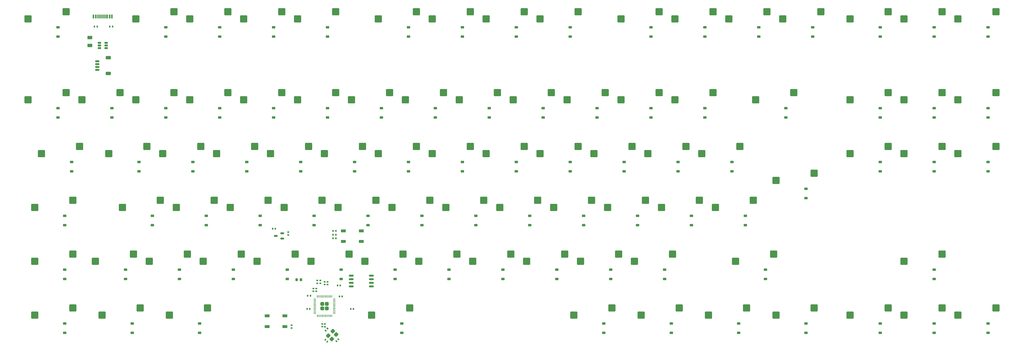
<source format=gbr>
%TF.GenerationSoftware,KiCad,Pcbnew,9.0.2*%
%TF.CreationDate,2025-07-01T21:42:38+02:00*%
%TF.ProjectId,TKL_PCB,544b4c5f-5043-4422-9e6b-696361645f70,rev?*%
%TF.SameCoordinates,Original*%
%TF.FileFunction,Paste,Bot*%
%TF.FilePolarity,Positive*%
%FSLAX46Y46*%
G04 Gerber Fmt 4.6, Leading zero omitted, Abs format (unit mm)*
G04 Created by KiCad (PCBNEW 9.0.2) date 2025-07-01 21:42:38*
%MOMM*%
%LPD*%
G01*
G04 APERTURE LIST*
G04 Aperture macros list*
%AMRoundRect*
0 Rectangle with rounded corners*
0 $1 Rounding radius*
0 $2 $3 $4 $5 $6 $7 $8 $9 X,Y pos of 4 corners*
0 Add a 4 corners polygon primitive as box body*
4,1,4,$2,$3,$4,$5,$6,$7,$8,$9,$2,$3,0*
0 Add four circle primitives for the rounded corners*
1,1,$1+$1,$2,$3*
1,1,$1+$1,$4,$5*
1,1,$1+$1,$6,$7*
1,1,$1+$1,$8,$9*
0 Add four rect primitives between the rounded corners*
20,1,$1+$1,$2,$3,$4,$5,0*
20,1,$1+$1,$4,$5,$6,$7,0*
20,1,$1+$1,$6,$7,$8,$9,0*
20,1,$1+$1,$8,$9,$2,$3,0*%
G04 Aperture macros list end*
%ADD10RoundRect,0.250000X1.025000X1.000000X-1.025000X1.000000X-1.025000X-1.000000X1.025000X-1.000000X0*%
%ADD11RoundRect,0.225000X0.375000X-0.225000X0.375000X0.225000X-0.375000X0.225000X-0.375000X-0.225000X0*%
%ADD12RoundRect,0.140000X-0.140000X-0.170000X0.140000X-0.170000X0.140000X0.170000X-0.140000X0.170000X0*%
%ADD13RoundRect,0.140000X0.170000X-0.140000X0.170000X0.140000X-0.170000X0.140000X-0.170000X-0.140000X0*%
%ADD14RoundRect,0.135000X0.135000X0.185000X-0.135000X0.185000X-0.135000X-0.185000X0.135000X-0.185000X0*%
%ADD15RoundRect,0.135000X0.035355X-0.226274X0.226274X-0.035355X-0.035355X0.226274X-0.226274X0.035355X0*%
%ADD16RoundRect,0.140000X0.140000X0.170000X-0.140000X0.170000X-0.140000X-0.170000X0.140000X-0.170000X0*%
%ADD17R,1.700000X1.000000*%
%ADD18RoundRect,0.140000X-0.170000X0.140000X-0.170000X-0.140000X0.170000X-0.140000X0.170000X0.140000X0*%
%ADD19RoundRect,0.150000X0.512500X0.150000X-0.512500X0.150000X-0.512500X-0.150000X0.512500X-0.150000X0*%
%ADD20RoundRect,0.135000X-0.185000X0.135000X-0.185000X-0.135000X0.185000X-0.135000X0.185000X0.135000X0*%
%ADD21RoundRect,0.135000X-0.135000X-0.185000X0.135000X-0.185000X0.135000X0.185000X-0.135000X0.185000X0*%
%ADD22R,0.600000X1.450000*%
%ADD23R,0.300000X1.450000*%
%ADD24RoundRect,0.140000X0.219203X0.021213X0.021213X0.219203X-0.219203X-0.021213X-0.021213X-0.219203X0*%
%ADD25RoundRect,0.250000X-0.070711X-0.565685X0.565685X0.070711X0.070711X0.565685X-0.565685X-0.070711X0*%
%ADD26RoundRect,0.150000X-0.625000X0.150000X-0.625000X-0.150000X0.625000X-0.150000X0.625000X0.150000X0*%
%ADD27RoundRect,0.250000X-0.650000X0.350000X-0.650000X-0.350000X0.650000X-0.350000X0.650000X0.350000X0*%
%ADD28RoundRect,0.249999X0.395001X0.395001X-0.395001X0.395001X-0.395001X-0.395001X0.395001X-0.395001X0*%
%ADD29RoundRect,0.050000X0.387500X0.050000X-0.387500X0.050000X-0.387500X-0.050000X0.387500X-0.050000X0*%
%ADD30RoundRect,0.050000X0.050000X0.387500X-0.050000X0.387500X-0.050000X-0.387500X0.050000X-0.387500X0*%
%ADD31RoundRect,0.150000X0.475000X0.150000X-0.475000X0.150000X-0.475000X-0.150000X0.475000X-0.150000X0*%
%ADD32RoundRect,0.162500X0.650000X0.162500X-0.650000X0.162500X-0.650000X-0.162500X0.650000X-0.162500X0*%
%ADD33RoundRect,0.225000X0.225000X0.250000X-0.225000X0.250000X-0.225000X-0.250000X0.225000X-0.250000X0*%
%ADD34RoundRect,0.140000X0.021213X-0.219203X0.219203X-0.021213X-0.021213X0.219203X-0.219203X0.021213X0*%
%ADD35RoundRect,0.250000X-0.625000X0.375000X-0.625000X-0.375000X0.625000X-0.375000X0.625000X0.375000X0*%
G04 APERTURE END LIST*
D10*
%TO.C,MX72*%
X173522500Y-109715000D03*
X186972500Y-107175000D03*
%TD*%
%TO.C,MX53*%
X68747500Y-90665000D03*
X82197500Y-88125000D03*
%TD*%
D11*
%TO.C,D5*%
X122237500Y-30225000D03*
X122237500Y-26925000D03*
%TD*%
%TO.C,D59*%
X193675000Y-96900000D03*
X193675000Y-93600000D03*
%TD*%
%TO.C,D51*%
X29362500Y-96900000D03*
X29362500Y-93600000D03*
%TD*%
D12*
%TO.C,C9*%
X130434646Y-126601094D03*
X131394646Y-126601094D03*
%TD*%
D11*
%TO.C,D2*%
X65087500Y-30225000D03*
X65087500Y-26925000D03*
%TD*%
D10*
%TO.C,MX55*%
X106847500Y-90665000D03*
X120297500Y-88125000D03*
%TD*%
%TO.C,MX64*%
X18741300Y-109715000D03*
X32191300Y-107175000D03*
%TD*%
D11*
%TO.C,D82*%
X219868800Y-135000000D03*
X219868800Y-131700000D03*
%TD*%
%TO.C,D60*%
X212725000Y-96900000D03*
X212725000Y-93600000D03*
%TD*%
%TO.C,D65*%
X50800000Y-115950000D03*
X50800000Y-112650000D03*
%TD*%
%TO.C,D73*%
X203200000Y-115950000D03*
X203200000Y-112650000D03*
%TD*%
D13*
%TO.C,C15*%
X117189750Y-120318650D03*
X117189750Y-119358650D03*
%TD*%
D14*
%TO.C,R2*%
X40834499Y-26633400D03*
X39814501Y-26633400D03*
%TD*%
D11*
%TO.C,D56*%
X136525000Y-96900000D03*
X136525000Y-93600000D03*
%TD*%
%TO.C,D55*%
X117475000Y-96900000D03*
X117475000Y-93600000D03*
%TD*%
D15*
%TO.C,R6*%
X121516252Y-134255018D03*
X122237500Y-133533770D03*
%TD*%
D16*
%TO.C,C1*%
X103749739Y-98185175D03*
X102789739Y-98185175D03*
%TD*%
D11*
%TO.C,D23*%
X141287500Y-58800000D03*
X141287500Y-55500000D03*
%TD*%
D10*
%TO.C,MX54*%
X87797500Y-90665000D03*
X101247500Y-88125000D03*
%TD*%
D11*
%TO.C,D45*%
X246062500Y-77850000D03*
X246062500Y-74550000D03*
%TD*%
D10*
%TO.C,MX75*%
X230672500Y-109715000D03*
X244122500Y-107175000D03*
%TD*%
D17*
%TO.C,SW1*%
X107131250Y-129068750D03*
X100831250Y-129068750D03*
X107131250Y-132868750D03*
X100831250Y-132868750D03*
%TD*%
D10*
%TO.C,MX56*%
X125897500Y-90665000D03*
X139347500Y-88125000D03*
%TD*%
D11*
%TO.C,D32*%
X336550000Y-58800000D03*
X336550000Y-55500000D03*
%TD*%
%TO.C,D14*%
X317500000Y-30225000D03*
X317500000Y-26925000D03*
%TD*%
%TO.C,D7*%
X169862500Y-30225000D03*
X169862500Y-26925000D03*
%TD*%
D10*
%TO.C,MX65*%
X40172500Y-109715000D03*
X53622500Y-107175000D03*
%TD*%
%TO.C,MX73*%
X192572500Y-109715000D03*
X206022500Y-107175000D03*
%TD*%
D11*
%TO.C,D41*%
X169862500Y-77850000D03*
X169862500Y-74550000D03*
%TD*%
%TO.C,D10*%
X236537500Y-30225000D03*
X236537500Y-26925000D03*
%TD*%
D10*
%TO.C,MX44*%
X216385000Y-71615000D03*
X229835000Y-69075000D03*
%TD*%
%TO.C,MX32*%
X325922500Y-52565000D03*
X339372500Y-50025000D03*
%TD*%
%TO.C,MX8*%
X178285000Y-23990000D03*
X191735000Y-21450000D03*
%TD*%
D14*
%TO.C,R7*%
X125152300Y-101590967D03*
X124132302Y-101590967D03*
%TD*%
D11*
%TO.C,D15*%
X336550000Y-30225000D03*
X336550000Y-26925000D03*
%TD*%
D10*
%TO.C,MX15*%
X325922500Y-23990000D03*
X339372500Y-21450000D03*
%TD*%
D18*
%TO.C,C5*%
X120308077Y-131919244D03*
X120308077Y-132879244D03*
%TD*%
D10*
%TO.C,MX17*%
X16360000Y-52565000D03*
X29810000Y-50025000D03*
%TD*%
D11*
%TO.C,D33*%
X355600000Y-58800000D03*
X355600000Y-55500000D03*
%TD*%
%TO.C,D22*%
X122237500Y-58800000D03*
X122237500Y-55500000D03*
%TD*%
%TO.C,D26*%
X198437500Y-58800000D03*
X198437500Y-55500000D03*
%TD*%
D10*
%TO.C,MX83*%
X233053800Y-128765000D03*
X246503800Y-126225000D03*
%TD*%
D11*
%TO.C,D77*%
X336550000Y-115950000D03*
X336550000Y-112650000D03*
%TD*%
D14*
%TO.C,R9*%
X125177655Y-98978881D03*
X124157657Y-98978881D03*
%TD*%
D19*
%TO.C,U2*%
X106181129Y-99802154D03*
X106181129Y-101702154D03*
X103906129Y-100752154D03*
%TD*%
D10*
%TO.C,MX67*%
X78272500Y-109715000D03*
X91722500Y-107175000D03*
%TD*%
%TO.C,MX87*%
X325922500Y-128765000D03*
X339372500Y-126225000D03*
%TD*%
%TO.C,MX82*%
X209241300Y-128765000D03*
X222691300Y-126225000D03*
%TD*%
D11*
%TO.C,D71*%
X165100000Y-115950000D03*
X165100000Y-112650000D03*
%TD*%
%TO.C,D18*%
X46037500Y-58800000D03*
X46037500Y-55500000D03*
%TD*%
D10*
%TO.C,MX26*%
X187810000Y-52565000D03*
X201260000Y-50025000D03*
%TD*%
%TO.C,MX37*%
X83035000Y-71615000D03*
X96485000Y-69075000D03*
%TD*%
%TO.C,MX84*%
X256866300Y-128765000D03*
X270316300Y-126225000D03*
%TD*%
D11*
%TO.C,D8*%
X188912500Y-30225000D03*
X188912500Y-26925000D03*
%TD*%
D10*
%TO.C,MX27*%
X206860000Y-52565000D03*
X220310000Y-50025000D03*
%TD*%
D11*
%TO.C,D52*%
X60325000Y-96900000D03*
X60325000Y-93600000D03*
%TD*%
%TO.C,D58*%
X174625000Y-96900000D03*
X174625000Y-93600000D03*
%TD*%
%TO.C,D86*%
X317500000Y-135000000D03*
X317500000Y-131700000D03*
%TD*%
D13*
%TO.C,C13*%
X122237500Y-117939300D03*
X122237500Y-116979300D03*
%TD*%
D10*
%TO.C,MX19*%
X54460000Y-52565000D03*
X67910000Y-50025000D03*
%TD*%
%TO.C,MX22*%
X111610000Y-52565000D03*
X125060000Y-50025000D03*
%TD*%
D20*
%TO.C,R4*%
X119646646Y-116495794D03*
X119646646Y-117515794D03*
%TD*%
D10*
%TO.C,MX63*%
X259247500Y-90665000D03*
X272697500Y-88125000D03*
%TD*%
D17*
%TO.C,SW2*%
X134118749Y-98930535D03*
X127818751Y-98930535D03*
X134118749Y-102730535D03*
X127818751Y-102730535D03*
%TD*%
D10*
%TO.C,MX57*%
X144947500Y-90665000D03*
X158397500Y-88125000D03*
%TD*%
D11*
%TO.C,D64*%
X29368800Y-115950000D03*
X29368800Y-112650000D03*
%TD*%
D21*
%TO.C,R8*%
X124121262Y-100360420D03*
X125141260Y-100360420D03*
%TD*%
D11*
%TO.C,D24*%
X160337500Y-58800000D03*
X160337500Y-55500000D03*
%TD*%
D10*
%TO.C,MX71*%
X154472500Y-109715000D03*
X167922500Y-107175000D03*
%TD*%
%TO.C,MX24*%
X149710000Y-52565000D03*
X163160000Y-50025000D03*
%TD*%
%TO.C,MX20*%
X73510000Y-52565000D03*
X86960000Y-50025000D03*
%TD*%
%TO.C,MX4*%
X92560000Y-23990000D03*
X106010000Y-21450000D03*
%TD*%
%TO.C,MX2*%
X54460000Y-23990000D03*
X67910000Y-21450000D03*
%TD*%
%TO.C,MX18*%
X35410000Y-52565000D03*
X48860000Y-50025000D03*
%TD*%
%TO.C,MX61*%
X221147500Y-90665000D03*
X234597500Y-88125000D03*
%TD*%
D11*
%TO.C,D6*%
X150812500Y-30225000D03*
X150812500Y-26925000D03*
%TD*%
D10*
%TO.C,MX3*%
X73510000Y-23990000D03*
X86960000Y-21450000D03*
%TD*%
D11*
%TO.C,D85*%
X291306300Y-135000000D03*
X291306300Y-131700000D03*
%TD*%
%TO.C,D49*%
X336550000Y-77850000D03*
X336550000Y-74550000D03*
%TD*%
D12*
%TO.C,C8*%
X126426746Y-122179694D03*
X127386746Y-122179694D03*
%TD*%
D10*
%TO.C,MX38*%
X102085000Y-71615000D03*
X115535000Y-69075000D03*
%TD*%
%TO.C,MX88*%
X344972500Y-128765000D03*
X358422500Y-126225000D03*
%TD*%
D11*
%TO.C,D70*%
X146050000Y-115950000D03*
X146050000Y-112650000D03*
%TD*%
%TO.C,D79*%
X53181300Y-135000000D03*
X53181300Y-131700000D03*
%TD*%
D10*
%TO.C,MX40*%
X140185000Y-71615000D03*
X153635000Y-69075000D03*
%TD*%
D11*
%TO.C,D39*%
X131762500Y-77850000D03*
X131762500Y-74550000D03*
%TD*%
D10*
%TO.C,MX41*%
X159235000Y-71615000D03*
X172685000Y-69075000D03*
%TD*%
D11*
%TO.C,D88*%
X355600000Y-135000000D03*
X355600000Y-131700000D03*
%TD*%
D16*
%TO.C,C7*%
X115936746Y-126573694D03*
X114976746Y-126573694D03*
%TD*%
D10*
%TO.C,MX70*%
X135422500Y-109715000D03*
X148872500Y-107175000D03*
%TD*%
D13*
%TO.C,C4*%
X118268750Y-120336250D03*
X118268750Y-119376250D03*
%TD*%
D10*
%TO.C,MX13*%
X283060000Y-23990000D03*
X296510000Y-21450000D03*
%TD*%
D11*
%TO.C,D48*%
X317500000Y-77850000D03*
X317500000Y-74550000D03*
%TD*%
D13*
%TO.C,C2*%
X108312229Y-100381154D03*
X108312229Y-99421154D03*
%TD*%
D10*
%TO.C,MX42*%
X178285000Y-71615000D03*
X191735000Y-69075000D03*
%TD*%
%TO.C,MX25*%
X168760000Y-52565000D03*
X182210000Y-50025000D03*
%TD*%
%TO.C,MX34*%
X21122500Y-71615000D03*
X34572500Y-69075000D03*
%TD*%
D11*
%TO.C,D81*%
X148431300Y-135000000D03*
X148431300Y-131700000D03*
%TD*%
D10*
%TO.C,MX23*%
X130660000Y-52565000D03*
X144110000Y-50025000D03*
%TD*%
D11*
%TO.C,D76*%
X277018800Y-115950000D03*
X277018800Y-112650000D03*
%TD*%
%TO.C,D36*%
X74612500Y-77850000D03*
X74612500Y-74550000D03*
%TD*%
D22*
%TO.C,J1*%
X39520000Y-23095000D03*
X40320000Y-23095000D03*
D23*
X41520000Y-23095000D03*
X42520000Y-23095000D03*
X43020000Y-23095000D03*
X44020000Y-23095000D03*
D22*
X45220000Y-23095000D03*
X46020000Y-23095000D03*
X46020000Y-23095000D03*
X45220000Y-23095000D03*
D23*
X44520000Y-23095000D03*
X43520000Y-23095000D03*
X42020000Y-23095000D03*
X41020000Y-23095000D03*
D22*
X40320000Y-23095000D03*
X39520000Y-23095000D03*
%TD*%
D21*
%TO.C,R1*%
X45252201Y-26642100D03*
X46272199Y-26642100D03*
%TD*%
D10*
%TO.C,MX52*%
X49697500Y-90665000D03*
X63147500Y-88125000D03*
%TD*%
D11*
%TO.C,D80*%
X76993800Y-135000000D03*
X76993800Y-131700000D03*
%TD*%
%TO.C,D46*%
X265112500Y-77850000D03*
X265112500Y-74550000D03*
%TD*%
D24*
%TO.C,C11*%
X122156787Y-138156405D03*
X121477965Y-137477583D03*
%TD*%
D16*
%TO.C,C12*%
X126686250Y-118268750D03*
X125726250Y-118268750D03*
%TD*%
D11*
%TO.C,D4*%
X103187500Y-30225000D03*
X103187500Y-26925000D03*
%TD*%
D10*
%TO.C,MX74*%
X211622500Y-109715000D03*
X225072500Y-107175000D03*
%TD*%
D11*
%TO.C,D83*%
X243681300Y-135000000D03*
X243681300Y-131700000D03*
%TD*%
%TO.C,D38*%
X112712500Y-77850000D03*
X112712500Y-74550000D03*
%TD*%
D25*
%TO.C,Y1*%
X122491018Y-136015771D03*
X124046653Y-134460136D03*
X125248734Y-135662217D03*
X123693099Y-137217852D03*
%TD*%
D11*
%TO.C,D16*%
X355600000Y-30225000D03*
X355600000Y-26925000D03*
%TD*%
D18*
%TO.C,C16*%
X121262670Y-131930409D03*
X121262670Y-132890409D03*
%TD*%
D11*
%TO.C,D3*%
X84137500Y-30225000D03*
X84137500Y-26925000D03*
%TD*%
D10*
%TO.C,MX35*%
X44935000Y-71615000D03*
X58385000Y-69075000D03*
%TD*%
D26*
%TO.C,J2*%
X40862500Y-38981250D03*
X40862500Y-39981250D03*
X40862500Y-40981250D03*
X40862500Y-41981250D03*
D27*
X44737500Y-37681250D03*
X44737500Y-43281250D03*
%TD*%
D11*
%TO.C,D21*%
X103187500Y-58800000D03*
X103187500Y-55500000D03*
%TD*%
%TO.C,D37*%
X93662500Y-77850000D03*
X93662500Y-74550000D03*
%TD*%
D13*
%TO.C,C14*%
X121211700Y-117955000D03*
X121211700Y-116995000D03*
%TD*%
D10*
%TO.C,MX21*%
X92560000Y-52565000D03*
X106010000Y-50025000D03*
%TD*%
D11*
%TO.C,D61*%
X231775000Y-96900000D03*
X231775000Y-93600000D03*
%TD*%
D10*
%TO.C,MX33*%
X344972500Y-52565000D03*
X358422500Y-50025000D03*
%TD*%
%TO.C,MX78*%
X18741300Y-128765000D03*
X32191300Y-126225000D03*
%TD*%
%TO.C,MX62*%
X240197500Y-90665000D03*
X253647500Y-88125000D03*
%TD*%
%TO.C,MX47*%
X280678800Y-81140000D03*
X294128800Y-78600000D03*
%TD*%
%TO.C,MX45*%
X235435000Y-71615000D03*
X248885000Y-69075000D03*
%TD*%
D20*
%TO.C,R3*%
X109528428Y-132291877D03*
X109528428Y-133311875D03*
%TD*%
D11*
%TO.C,D34*%
X31750000Y-77850000D03*
X31750000Y-74550000D03*
%TD*%
D10*
%TO.C,MX51*%
X18735000Y-90665000D03*
X32185000Y-88125000D03*
%TD*%
D11*
%TO.C,D78*%
X29368800Y-135000000D03*
X29368800Y-131700000D03*
%TD*%
%TO.C,D13*%
X293687500Y-30225000D03*
X293687500Y-26925000D03*
%TD*%
D10*
%TO.C,MX50*%
X344972500Y-71615000D03*
X358422500Y-69075000D03*
%TD*%
D28*
%TO.C,U1*%
X121934646Y-126406794D03*
X121934646Y-124806794D03*
X120334646Y-126406794D03*
X120334646Y-124806794D03*
D29*
X124572146Y-123006794D03*
X124572146Y-123406794D03*
X124572146Y-123806794D03*
X124572146Y-124206794D03*
X124572146Y-124606794D03*
X124572146Y-125006794D03*
X124572146Y-125406794D03*
X124572146Y-125806794D03*
X124572146Y-126206794D03*
X124572146Y-126606794D03*
X124572146Y-127006794D03*
X124572146Y-127406794D03*
X124572146Y-127806794D03*
X124572146Y-128206794D03*
D30*
X123734646Y-129044294D03*
X123334646Y-129044294D03*
X122934646Y-129044294D03*
X122534646Y-129044294D03*
X122134646Y-129044294D03*
X121734646Y-129044294D03*
X121334646Y-129044294D03*
X120934646Y-129044294D03*
X120534646Y-129044294D03*
X120134646Y-129044294D03*
X119734646Y-129044294D03*
X119334646Y-129044294D03*
X118934646Y-129044294D03*
X118534646Y-129044294D03*
D29*
X117697146Y-128206794D03*
X117697146Y-127806794D03*
X117697146Y-127406794D03*
X117697146Y-127006794D03*
X117697146Y-126606794D03*
X117697146Y-126206794D03*
X117697146Y-125806794D03*
X117697146Y-125406794D03*
X117697146Y-125006794D03*
X117697146Y-124606794D03*
X117697146Y-124206794D03*
X117697146Y-123806794D03*
X117697146Y-123406794D03*
X117697146Y-123006794D03*
D30*
X118534646Y-122169294D03*
X118934646Y-122169294D03*
X119334646Y-122169294D03*
X119734646Y-122169294D03*
X120134646Y-122169294D03*
X120534646Y-122169294D03*
X120934646Y-122169294D03*
X121334646Y-122169294D03*
X121734646Y-122169294D03*
X122134646Y-122169294D03*
X122534646Y-122169294D03*
X122934646Y-122169294D03*
X123334646Y-122169294D03*
X123734646Y-122169294D03*
%TD*%
D11*
%TO.C,D53*%
X79375000Y-96900000D03*
X79375000Y-93600000D03*
%TD*%
%TO.C,D44*%
X227012500Y-77850000D03*
X227012500Y-74550000D03*
%TD*%
D10*
%TO.C,MX68*%
X97322500Y-109715000D03*
X110772500Y-107175000D03*
%TD*%
%TO.C,MX46*%
X254485000Y-71615000D03*
X267935000Y-69075000D03*
%TD*%
%TO.C,MX7*%
X159235000Y-23990000D03*
X172685000Y-21450000D03*
%TD*%
D11*
%TO.C,D69*%
X127000000Y-115950000D03*
X127000000Y-112650000D03*
%TD*%
%TO.C,D87*%
X336550000Y-135000000D03*
X336550000Y-131700000D03*
%TD*%
D10*
%TO.C,MX49*%
X325922500Y-71615000D03*
X339372500Y-69075000D03*
%TD*%
%TO.C,MX60*%
X202097500Y-90665000D03*
X215547500Y-88125000D03*
%TD*%
%TO.C,MX77*%
X325922500Y-109715000D03*
X339372500Y-107175000D03*
%TD*%
%TO.C,MX30*%
X273535000Y-52565000D03*
X286985000Y-50025000D03*
%TD*%
D31*
%TO.C,U3*%
X43945000Y-32387500D03*
X43945000Y-33337500D03*
X43945000Y-34287500D03*
X41595000Y-34287500D03*
X41595000Y-33337500D03*
X41595000Y-32387500D03*
%TD*%
D11*
%TO.C,D40*%
X150812500Y-77850000D03*
X150812500Y-74550000D03*
%TD*%
%TO.C,D30*%
X284162500Y-58800000D03*
X284162500Y-55500000D03*
%TD*%
%TO.C,D9*%
X207962500Y-30225000D03*
X207962500Y-26925000D03*
%TD*%
D10*
%TO.C,MX48*%
X306872500Y-71615000D03*
X320322500Y-69075000D03*
%TD*%
D11*
%TO.C,D11*%
X255587500Y-30225000D03*
X255587500Y-26925000D03*
%TD*%
D16*
%TO.C,C6*%
X116167046Y-121900394D03*
X115207046Y-121900394D03*
%TD*%
D10*
%TO.C,MX76*%
X266391300Y-109715000D03*
X279841300Y-107175000D03*
%TD*%
D11*
%TO.C,D67*%
X88900000Y-115950000D03*
X88900000Y-112650000D03*
%TD*%
%TO.C,D31*%
X317500000Y-58800000D03*
X317500000Y-55500000D03*
%TD*%
%TO.C,D54*%
X98425000Y-96900000D03*
X98425000Y-93600000D03*
%TD*%
D10*
%TO.C,MX9*%
X197335000Y-23990000D03*
X210785000Y-21450000D03*
%TD*%
%TO.C,MX79*%
X42553800Y-128765000D03*
X56003800Y-126225000D03*
%TD*%
%TO.C,MX85*%
X280678800Y-128765000D03*
X294128800Y-126225000D03*
%TD*%
%TO.C,MX16*%
X344972500Y-23990000D03*
X358422500Y-21450000D03*
%TD*%
D11*
%TO.C,D19*%
X65087500Y-58800000D03*
X65087500Y-55500000D03*
%TD*%
D32*
%TO.C,U4*%
X137731250Y-114776250D03*
X137731250Y-116046250D03*
X137731250Y-117316250D03*
X137731250Y-118586250D03*
X130556250Y-118586250D03*
X130556250Y-117316250D03*
X130556250Y-116046250D03*
X130556250Y-114776250D03*
%TD*%
D11*
%TO.C,D66*%
X69850000Y-115950000D03*
X69850000Y-112650000D03*
%TD*%
D10*
%TO.C,MX1*%
X16360000Y-23990000D03*
X29810000Y-21450000D03*
%TD*%
%TO.C,MX86*%
X306872500Y-128765000D03*
X320322500Y-126225000D03*
%TD*%
%TO.C,MX69*%
X116372500Y-109715000D03*
X129822500Y-107175000D03*
%TD*%
D11*
%TO.C,D35*%
X55562500Y-77850000D03*
X55562500Y-74550000D03*
%TD*%
D10*
%TO.C,MX43*%
X197335000Y-71615000D03*
X210785000Y-69075000D03*
%TD*%
%TO.C,MX59*%
X183047500Y-90665000D03*
X196497500Y-88125000D03*
%TD*%
%TO.C,MX66*%
X59222500Y-109715000D03*
X72672500Y-107175000D03*
%TD*%
%TO.C,MX81*%
X137803800Y-128765000D03*
X151253800Y-126225000D03*
%TD*%
D11*
%TO.C,D75*%
X241300000Y-115950000D03*
X241300000Y-112650000D03*
%TD*%
%TO.C,D84*%
X267493800Y-135000000D03*
X267493800Y-131700000D03*
%TD*%
D10*
%TO.C,MX36*%
X63985000Y-71615000D03*
X77435000Y-69075000D03*
%TD*%
D11*
%TO.C,D63*%
X269875000Y-96900000D03*
X269875000Y-93600000D03*
%TD*%
%TO.C,D28*%
X236537500Y-58800000D03*
X236537500Y-55500000D03*
%TD*%
D10*
%TO.C,MX29*%
X244960000Y-52565000D03*
X258410000Y-50025000D03*
%TD*%
D11*
%TO.C,D62*%
X250825000Y-96900000D03*
X250825000Y-93600000D03*
%TD*%
%TO.C,D47*%
X291306300Y-87375000D03*
X291306300Y-84075000D03*
%TD*%
D10*
%TO.C,MX5*%
X111610000Y-23990000D03*
X125060000Y-21450000D03*
%TD*%
D11*
%TO.C,D57*%
X155575000Y-96900000D03*
X155575000Y-93600000D03*
%TD*%
%TO.C,D27*%
X217487500Y-58800000D03*
X217487500Y-55500000D03*
%TD*%
%TO.C,D29*%
X255587500Y-58800000D03*
X255587500Y-55500000D03*
%TD*%
%TO.C,D20*%
X84137500Y-58800000D03*
X84137500Y-55500000D03*
%TD*%
%TO.C,D12*%
X274637500Y-30225000D03*
X274637500Y-26925000D03*
%TD*%
D10*
%TO.C,MX28*%
X225910000Y-52565000D03*
X239360000Y-50025000D03*
%TD*%
%TO.C,MX80*%
X66366300Y-128765000D03*
X79816300Y-126225000D03*
%TD*%
D11*
%TO.C,D25*%
X179387500Y-58800000D03*
X179387500Y-55500000D03*
%TD*%
D33*
%TO.C,C3*%
X112815184Y-116222000D03*
X111265184Y-116222000D03*
%TD*%
D10*
%TO.C,MX11*%
X244960000Y-23990000D03*
X258410000Y-21450000D03*
%TD*%
D11*
%TO.C,D68*%
X107950000Y-115950000D03*
X107950000Y-112650000D03*
%TD*%
%TO.C,D43*%
X207962500Y-77850000D03*
X207962500Y-74550000D03*
%TD*%
%TO.C,D17*%
X26987500Y-58800000D03*
X26987500Y-55500000D03*
%TD*%
D34*
%TO.C,C10*%
X125373265Y-137980505D03*
X126052087Y-137301683D03*
%TD*%
D10*
%TO.C,MX39*%
X121135000Y-71615000D03*
X134585000Y-69075000D03*
%TD*%
D11*
%TO.C,D50*%
X355600000Y-77850000D03*
X355600000Y-74550000D03*
%TD*%
D10*
%TO.C,MX31*%
X306872500Y-52565000D03*
X320322500Y-50025000D03*
%TD*%
D11*
%TO.C,D74*%
X222250000Y-115950000D03*
X222250000Y-112650000D03*
%TD*%
D35*
%TO.C,F1*%
X38197100Y-30586401D03*
X38197100Y-33386399D03*
%TD*%
D10*
%TO.C,MX58*%
X163997500Y-90665000D03*
X177447500Y-88125000D03*
%TD*%
%TO.C,MX14*%
X306872500Y-23990000D03*
X320322500Y-21450000D03*
%TD*%
D11*
%TO.C,D1*%
X26987500Y-30225000D03*
X26987500Y-26925000D03*
%TD*%
D10*
%TO.C,MX10*%
X225910000Y-23990000D03*
X239360000Y-21450000D03*
%TD*%
D11*
%TO.C,D72*%
X184150000Y-115950000D03*
X184150000Y-112650000D03*
%TD*%
D10*
%TO.C,MX6*%
X140185000Y-23990000D03*
X153635000Y-21450000D03*
%TD*%
%TO.C,MX12*%
X264010000Y-23990000D03*
X277460000Y-21450000D03*
%TD*%
D20*
%TO.C,R5*%
X118609146Y-116495794D03*
X118609146Y-117515794D03*
%TD*%
D11*
%TO.C,D42*%
X188912500Y-77850000D03*
X188912500Y-74550000D03*
%TD*%
M02*

</source>
